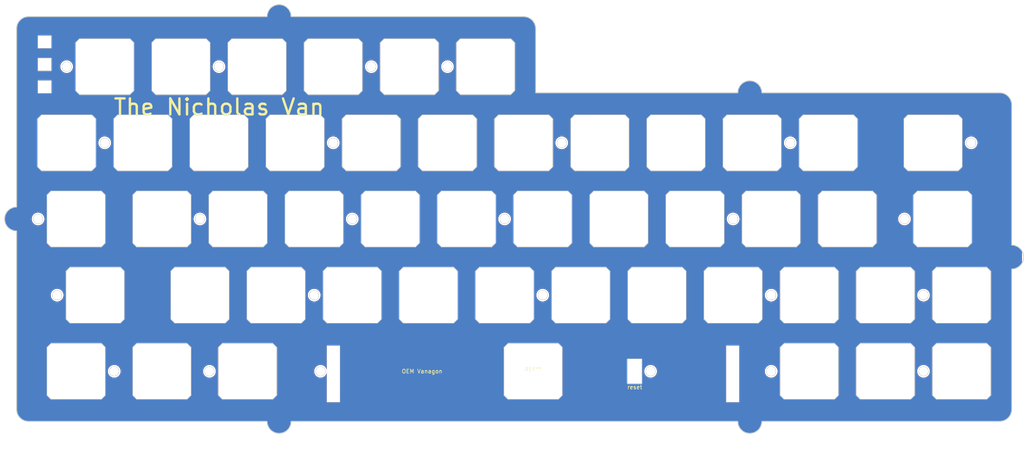
<source format=kicad_pcb>
(kicad_pcb (version 20221018) (generator pcbnew)
  (layers (0 "F.Cu" signal) (31 "B.Cu" signal) (34 "B.Paste" user) (35 "F.Paste" user) (36 "B.SilkS" user "B.Silkscreen") (37 "F.SilkS" user "F.Silkscreen") (38 "B.Mask" user) (39 "F.Mask" user) (44 "Edge.Cuts" user))
  (net 0 "")
  (net 1 "GND")
  (footprint "cipulot_parts:ecs_plate_cut_1U" (layer "F.Cu") (at 242.8875 115.8875)
    (fp_text reference "REF**")
    (fp_text value "Value " hide)
    (fp_line (start -7.3 -6) (end -7.3 6) (stroke (width 0.12)) (layer "Edge.Cuts"))
    (fp_line (start -7.3 6) (end -6.3 7) (stroke (width 0.12)) (layer "Edge.Cuts"))
    (fp_line (start -6.3 -7) (end -7.3 -6) (stroke (width 0.12)) (layer "Edge.Cuts"))
    (fp_line (start -6.3 7) (end 6.3 7) (stroke (width 0.12)) (layer "Edge.Cuts"))
    (fp_line (start 6.3 -7) (end -6.3 -7) (stroke (width 0.12)) (layer "Edge.Cuts"))
    (fp_line (start 6.3 -7) (end 7.3 -6) (stroke (width 0.12)) (layer "Edge.Cuts"))
    (fp_line (start 6.3 7) (end 7.3 6) (stroke (width 0.12)) (layer "Edge.Cuts"))
    (fp_line (start 7.3 6) (end 7.3 -6) (stroke (width 0.12)) (layer "Edge.Cuts"))
  )
  (footprint "cipulot_parts:ecs_plate_cut_1U" (layer "F.Cu") (at 45.24375 115.8875)
    (fp_text reference "REF**")
    (fp_text value "Value " hide)
    (fp_line (start -7.3 -6) (end -7.3 6) (stroke (width 0.12)) (layer "Edge.Cuts"))
    (fp_line (start -7.3 6) (end -6.3 7) (stroke (width 0.12)) (layer "Edge.Cuts"))
    (fp_line (start -6.3 -7) (end -7.3 -6) (stroke (width 0.12)) (layer "Edge.Cuts"))
    (fp_line (start -6.3 7) (end 6.3 7) (stroke (width 0.12)) (layer "Edge.Cuts"))
    (fp_line (start 6.3 -7) (end -6.3 -7) (stroke (width 0.12)) (layer "Edge.Cuts"))
    (fp_line (start 6.3 -7) (end 7.3 -6) (stroke (width 0.12)) (layer "Edge.Cuts"))
    (fp_line (start 6.3 7) (end 7.3 6) (stroke (width 0.12)) (layer "Edge.Cuts"))
    (fp_line (start 7.3 6) (end 7.3 -6) (stroke (width 0.12)) (layer "Edge.Cuts"))
  )
  (footprint "cipulot_parts:HOLE_M2" (layer "F.Cu") (at 161.925 77.7875)
    (fp_text reference "H7" hide)
    (fp_text value "MountingHole" hide)
    (pad "" np_thru_hole circle (at 0 0) (size 2.2 2.2) (drill 2.2) (layers "*.Cu" "*.Mask" "F.SilkS") (clearance 0.5))
  )
  (footprint "cipulot_parts:HOLE_M2" (layer "F.Cu") (at 73.81875 134.9375)
    (fp_text reference "H22" hide)
    (fp_text value "MountingHole" hide)
    (pad "" np_thru_hole circle (at 0 0) (size 2.2 2.2) (drill 2.2) (layers "*.Cu" "*.Mask" "F.SilkS") (clearance 0.5))
  )
  (footprint "cipulot_parts:ecs_plate_cut_1U" (layer "F.Cu") (at 190.5 77.7875)
    (fp_text reference "REF**")
    (fp_text value "Value " hide)
    (fp_line (start -7.3 -6) (end -7.3 6) (stroke (width 0.12)) (layer "Edge.Cuts"))
    (fp_line (start -7.3 6) (end -6.3 7) (stroke (width 0.12)) (layer "Edge.Cuts"))
    (fp_line (start -6.3 -7) (end -7.3 -6) (stroke (width 0.12)) (layer "Edge.Cuts"))
    (fp_line (start -6.3 7) (end 6.3 7) (stroke (width 0.12)) (layer "Edge.Cuts"))
    (fp_line (start 6.3 -7) (end -6.3 -7) (stroke (width 0.12)) (layer "Edge.Cuts"))
    (fp_line (start 6.3 -7) (end 7.3 -6) (stroke (width 0.12)) (layer "Edge.Cuts"))
    (fp_line (start 6.3 7) (end 7.3 6) (stroke (width 0.12)) (layer "Edge.Cuts"))
    (fp_line (start 7.3 6) (end 7.3 -6) (stroke (width 0.12)) (layer "Edge.Cuts"))
  )
  (footprint "cipulot_parts:ecs_plate_cut_1U" (layer "F.Cu") (at 261.9375 134.9375)
    (fp_text reference "REF**")
    (fp_text value "Value " hide)
    (fp_line (start -7.3 -6) (end -7.3 6) (stroke (width 0.12)) (layer "Edge.Cuts"))
    (fp_line (start -7.3 6) (end -6.3 7) (stroke (width 0.12)) (layer "Edge.Cuts"))
    (fp_line (start -6.3 -7) (end -7.3 -6) (stroke (width 0.12)) (layer "Edge.Cuts"))
    (fp_line (start -6.3 7) (end 6.3 7) (stroke (width 0.12)) (layer "Edge.Cuts"))
    (fp_line (start 6.3 -7) (end -6.3 -7) (stroke (width 0.12)) (layer "Edge.Cuts"))
    (fp_line (start 6.3 -7) (end 7.3 -6) (stroke (width 0.12)) (layer "Edge.Cuts"))
    (fp_line (start 6.3 7) (end 7.3 6) (stroke (width 0.12)) (layer "Edge.Cuts"))
    (fp_line (start 7.3 6) (end 7.3 -6) (stroke (width 0.12)) (layer "Edge.Cuts"))
  )
  (footprint "cipulot_parts:HOLE_M2" (layer "F.Cu") (at 252.4125 134.9375)
    (fp_text reference "H26" hide)
    (fp_text value "MountingHole" hide)
    (pad "" np_thru_hole circle (at 0 0) (size 2.2 2.2) (drill 2.2) (layers "*.Cu" "*.Mask" "F.SilkS") (clearance 0.5))
  )
  (footprint "cipulot_parts:HOLE_M2" (layer "F.Cu") (at 147.6375 96.8375)
    (fp_text reference "H13" hide)
    (fp_text value "MountingHole" hide)
    (pad "" np_thru_hole circle (at 0 0) (size 2.2 2.2) (drill 2.2) (layers "*.Cu" "*.Mask" "F.SilkS") (clearance 0.5))
  )
  (footprint "cipulot_parts:HOLE_M2" (layer "F.Cu") (at 219.075 77.7875)
    (fp_text reference "H8" hide)
    (fp_text value "MountingHole" hide)
    (pad "" np_thru_hole circle (at 0 0) (size 2.2 2.2) (drill 2.2) (layers "*.Cu" "*.Mask" "F.SilkS") (clearance 0.5))
  )
  (footprint "cipulot_parts:ecs_plate_cut_1U" (layer "F.Cu") (at 123.825 58.7375)
    (fp_text reference "REF**")
    (fp_text value "Value " hide)
    (fp_line (start -7.3 -6) (end -7.3 6) (stroke (width 0.12)) (layer "Edge.Cuts"))
    (fp_line (start -7.3 6) (end -6.3 7) (stroke (width 0.12)) (layer "Edge.Cuts"))
    (fp_line (start -6.3 -7) (end -7.3 -6) (stroke (width 0.12)) (layer "Edge.Cuts"))
    (fp_line (start -6.3 7) (end 6.3 7) (stroke (width 0.12)) (layer "Edge.Cuts"))
    (fp_line (start 6.3 -7) (end -6.3 -7) (stroke (width 0.12)) (layer "Edge.Cuts"))
    (fp_line (start 6.3 -7) (end 7.3 -6) (stroke (width 0.12)) (layer "Edge.Cuts"))
    (fp_line (start 6.3 7) (end 7.3 6) (stroke (width 0.12)) (layer "Edge.Cuts"))
    (fp_line (start 7.3 6) (end 7.3 -6) (stroke (width 0.12)) (layer "Edge.Cuts"))
  )
  (footprint "cipulot_parts:ecs_plate_cut_1U" (layer "F.Cu") (at 261.9375 115.8875)
    (fp_text reference "REF**")
    (fp_text value "Value " hide)
    (fp_line (start -7.3 -6) (end -7.3 6) (stroke (width 0.12)) (layer "Edge.Cuts"))
    (fp_line (start -7.3 6) (end -6.3 7) (stroke (width 0.12)) (layer "Edge.Cuts"))
    (fp_line (start -6.3 -7) (end -7.3 -6) (stroke (width 0.12)) (layer "Edge.Cuts"))
    (fp_line (start -6.3 7) (end 6.3 7) (stroke (width 0.12)) (layer "Edge.Cuts"))
    (fp_line (start 6.3 -7) (end -6.3 -7) (stroke (width 0.12)) (layer "Edge.Cuts"))
    (fp_line (start 6.3 -7) (end 7.3 -6) (stroke (width 0.12)) (layer "Edge.Cuts"))
    (fp_line (start 6.3 7) (end 7.3 6) (stroke (width 0.12)) (layer "Edge.Cuts"))
    (fp_line (start 7.3 6) (end 7.3 -6) (stroke (width 0.12)) (layer "Edge.Cuts"))
  )
  (footprint "cipulot_parts:ecs_plate_cut_1U" (layer "F.Cu") (at 85.725 58.7375)
    (fp_text reference "REF**")
    (fp_text value "Value " hide)
    (fp_line (start -7.3 -6) (end -7.3 6) (stroke (width 0.12)) (layer "Edge.Cuts"))
    (fp_line (start -7.3 6) (end -6.3 7) (stroke (width 0.12)) (layer "Edge.Cuts"))
    (fp_line (start -6.3 -7) (end -7.3 -6) (stroke (width 0.12)) (layer "Edge.Cuts"))
    (fp_line (start -6.3 7) (end 6.3 7) (stroke (width 0.12)) (layer "Edge.Cuts"))
    (fp_line (start 6.3 -7) (end -6.3 -7) (stroke (width 0.12)) (layer "Edge.Cuts"))
    (fp_line (start 6.3 -7) (end 7.3 -6) (stroke (width 0.12)) (layer "Edge.Cuts"))
    (fp_line (start 6.3 7) (end 7.3 6) (stroke (width 0.12)) (layer "Edge.Cuts"))
    (fp_line (start 7.3 6) (end 7.3 -6) (stroke (width 0.12)) (layer "Edge.Cuts"))
  )
  (footprint "cipulot_parts:ecs_plate_cut_1U" (layer "F.Cu") (at 223.8375 115.8875)
    (fp_text reference "REF**")
    (fp_text value "Value " hide)
    (fp_line (start -7.3 -6) (end -7.3 6) (stroke (width 0.12)) (layer "Edge.Cuts"))
    (fp_line (start -7.3 6) (end -6.3 7) (stroke (width 0.12)) (layer "Edge.Cuts"))
    (fp_line (start -6.3 -7) (end -7.3 -6) (stroke (width 0.12)) (layer "Edge.Cuts"))
    (fp_line (start -6.3 7) (end 6.3 7) (stroke (width 0.12)) (layer "Edge.Cuts"))
    (fp_line (start 6.3 -7) (end -6.3 -7) (stroke (width 0.12)) (layer "Edge.Cuts"))
    (fp_line (start 6.3 -7) (end 7.3 -6) (stroke (width 0.12)) (layer "Edge.Cuts"))
    (fp_line (start 6.3 7) (end 7.3 6) (stroke (width 0.12)) (layer "Edge.Cuts"))
    (fp_line (start 7.3 6) (end 7.3 -6) (stroke (width 0.12)) (layer "Edge.Cuts"))
  )
  (footprint "cipulot_parts:HOLE_M2" (layer "F.Cu") (at 214.3125 115.8875)
    (fp_text reference "H19" hide)
    (fp_text value "MountingHole" hide)
    (pad "" np_thru_hole circle (at 0 0) (size 2.2 2.2) (drill 2.2) (layers "*.Cu" "*.Mask" "F.SilkS") (clearance 0.5))
  )
  (footprint "cipulot_parts:HOLE_M2" (layer "F.Cu") (at 114.3 58.7375)
    (fp_text reference "H3" hide)
    (fp_text value "MountingHole" hide)
    (pad "" np_thru_hole circle (at 0 0) (size 2.2 2.2) (drill 2.2) (layers "*.Cu" "*.Mask" "F.SilkS") (clearance 0.5))
  )
  (footprint "cipulot_parts:HOLE_M2" (layer "F.Cu") (at 157.1625 115.8875)
    (fp_text reference "H18" hide)
    (fp_text value "MountingHole" hide)
    (pad "" np_thru_hole circle (at 0 0) (size 2.2 2.2) (drill 2.2) (layers "*.Cu" "*.Mask" "F.SilkS") (clearance 0.5))
  )
  (footprint "cipulot_parts:HOLE_M2" (layer "F.Cu") (at 35.71875 115.8875)
    (fp_text reference "H16" hide)
    (fp_text value "MountingHole" hide)
    (pad "" np_thru_hole circle (at 0 0) (size 2.2 2.2) (drill 2.2) (layers "*.Cu" "*.Mask" "F.SilkS") (clearance 0.5))
  )
  (footprint "cipulot_parts:HOLE_M2" (layer "F.Cu") (at 214.3125 134.9375)
    (fp_text reference "H25" hide)
    (fp_text value "MountingHole" hide)
    (pad "" np_thru_hole circle (at 0 0) (size 2.2 2.2) (drill 2.2) (layers "*.Cu" "*.Mask" "F.SilkS") (clearance 0.5))
  )
  (footprint "cipulot_parts:costar_stab_625u" (layer "F.Cu") (at 154.78125 134.9375)
    (fp_text reference "REF**" (at 0 -0.5 unlocked) (layer "F.SilkS") (effects (font (thickness 0.1))))
    (fp_text value "costar_stab_6.25u")
    (fp_line (start -51.617505 -6.45005) (end -48.318495 -6.45005) (stroke (width 0.05)) (layer "Edge.Cuts"))
    (fp_line (start -51.617505 7.74925) (end -51.617505 -6.45005) (stroke (width 0.05)) (layer "Edge.Cuts"))
    (fp_line (start -48.318495 -6.45005) (end -48.318495 7.74925) (stroke (width 0.05)) (layer "Edge.Cuts"))
    (fp_line (start -48.318495 7.74925) (end -51.617505 7.74925) (stroke (width 0.05)) (layer "Edge.Cuts"))
    (fp_line (start 48.2478 -6.45005) (end 51.5482 -6.45005) (stroke (width 0.05)) (layer "Edge.Cuts"))
    (fp_line (start 48.2478 7.74925) (end 48.2478 -6.45005) (stroke (width 0.05)) (layer "Edge.Cuts"))
    (fp_line (start 51.5482 -6.45005) (end 51.5482 7.74925) (stroke (width 0.05)) (layer "Edge.Cuts"))
    (fp_line (start 51.5482 7.74925) (end 48.2478 7.74925) (stroke (width 0.05)) (layer "Edge.Cuts"))
  )
  (footprint "cipulot_parts:HOLE_M2" (layer "F.Cu") (at 184.15 134.9375)
    (fp_text reference "H24" hide)
    (fp_text value "MountingHole" hide)
    (pad "" np_thru_hole circle (at 0 0) (size 2.2 2.2) (drill 2.2) (layers "*.Cu" "*.Mask" "F.SilkS") (clearance 0.5))
  )
  (footprint "cipulot_parts:HOLE_M2" (layer "F.Cu") (at 38.1 58.7375)
    (fp_text reference "H1" hide)
    (fp_text value "MountingHole" hide)
    (pad "" np_thru_hole circle (at 0 0) (size 2.2 2.2) (drill 2.2) (layers "*.Cu" "*.Mask" "F.SilkS") (clearance 0.5))
  )
  (footprint "cipulot_parts:ecs_plate_cut_1U" (layer "F.Cu") (at 233.3625 96.8375)
    (fp_text reference "REF**")
    (fp_text value "Value " hide)
    (fp_line (start -7.3 -6) (end -7.3 6) (stroke (width 0.12)) (layer "Edge.Cuts"))
    (fp_line (start -7.3 6) (end -6.3 7) (stroke (width 0.12)) (layer "Edge.Cuts"))
    (fp_line (start -6.3 -7) (end -7.3 -6) (stroke (width 0.12)) (layer "Edge.Cuts"))
    (fp_line (start -6.3 7) (end 6.3 7) (stroke (width 0.12)) (layer "Edge.Cuts"))
    (fp_line (start 6.3 -7) (end -6.3 -7) (stroke (width 0.12)) (layer "Edge.Cuts"))
    (fp_line (start 6.3 -7) (end 7.3 -6) (stroke (width 0.12)) (layer "Edge.Cuts"))
    (fp_line (start 6.3 7) (end 7.3 6) (stroke (width 0.12)) (layer "Edge.Cuts"))
    (fp_line (start 7.3 6) (end 7.3 -6) (stroke (width 0.12)) (layer "Edge.Cuts"))
  )
  (footprint "cipulot_parts:ecs_plate_cut_1U" (layer "F.Cu") (at 61.9125 96.8375)
    (fp_text reference "REF**")
    (fp_text value "Value " hide)
    (fp_line (start -7.3 -6) (end -7.3 6) (stroke (width 0.12)) (layer "Edge.Cuts"))
    (fp_line (start -7.3 6) (end -6.3 7) (stroke (width 0.12)) (layer "Edge.Cuts"))
    (fp_line (start -6.3 -7) (end -7.3 -6) (stroke (width 0.12)) (layer "Edge.Cuts"))
    (fp_line (start -6.3 7) (end 6.3 7) (stroke (width 0.12)) (layer "Edge.Cuts"))
    (fp_line (start 6.3 -7) (end -6.3 -7) (stroke (width 0.12)) (layer "Edge.Cuts"))
    (fp_line (start 6.3 -7) (end 7.3 -6) (stroke (width 0.12)) (layer "Edge.Cuts"))
    (fp_line (start 6.3 7) (end 7.3 6) (stroke (width 0.12)) (layer "Edge.Cuts"))
    (fp_line (start 7.3 6) (end 7.3 -6) (stroke (width 0.12)) (layer "Edge.Cuts"))
  )
  (footprint "cipulot_parts:HOLE_M2" (layer "F.Cu") (at 252.4125 115.8875)
    (fp_text reference "H20" hide)
    (fp_text value "MountingHole" hide)
    (pad "" np_thru_hole circle (at 0 0) (size 2.2 2.2) (drill 2.2) (layers "*.Cu" "*.Mask" "F.SilkS") (clearance 0.5))
  )
  (footprint "cipulot_parts:HOLE_M2" (layer "F.Cu") (at 100.0125 115.8875)
    (fp_text reference "H17" hide)
    (fp_text value "MountingHole" hide)
    (pad "" np_thru_hole circle (at 0 0) (size 2.2 2.2) (drill 2.2) (layers "*.Cu" "*.Mask" "F.SilkS") (clearance 0.5))
  )
  (footprint "cipulot_parts:HOLE_M2" (layer "F.Cu") (at 264.31875 77.7875)
    (fp_text reference "H9" hide)
    (fp_text value "MountingHole" hide)
    (pad "" np_thru_hole circle (at 0 0) (size 2.2 2.2) (drill 2.2) (layers "*.Cu" "*.Mask" "F.SilkS") (clearance 0.5))
  )
  (footprint "cipulot_parts:ecs_plate_cut_1U" (layer "F.Cu") (at 242.8875 134.9375)
    (fp_text reference "REF**")
    (fp_text value "Value " hide)
    (fp_line (start -7.3 -6) (end -7.3 6) (stroke (width 0.12)) (layer "Edge.Cuts"))
    (fp_line (start -7.3 6) (end -6.3 7) (stroke (width 0.12)) (layer "Edge.Cuts"))
    (fp_line (start -6.3 -7) (end -7.3 -6) (stroke (width 0.12)) (layer "Edge.Cuts"))
    (fp_line (start -6.3 7) (end 6.3 7) (stroke (width 0.12)) (layer "Edge.Cuts"))
    (fp_line (start 6.3 -7) (end -6.3 -7) (stroke (width 0.12)) (layer "Edge.Cuts"))
    (fp_line (start 6.3 -7) (end 7.3 -6) (stroke (width 0.12)) (layer "Edge.Cuts"))
    (fp_line (start 6.3 7) (end 7.3 6) (stroke (width 0.12)) (layer "Edge.Cuts"))
    (fp_line (start 7.3 6) (end 7.3 -6) (stroke (width 0.12)) (layer "Edge.Cuts"))
  )
  (footprint "cipulot_parts:HOLE_M2" (layer "F.Cu") (at 71.4375 96.8375)
    (fp_text reference "H11" hide)
    (fp_text value "MountingHole" hide)
    (pad "" np_thru_hole circle (at 0 0) (size 2.2 2.2) (drill 2.2) (layers "*.Cu" "*.Mask" "F.SilkS") (clearance 0.5))
  )
  (footprint "cipulot_parts:ecs_plate_cut_1U" (layer "F.Cu") (at 95.25 77.7875)
    (fp_text reference "REF**")
    (fp_text value "Value " hide)
    (fp_line (start -7.3 -6) (end -7.3 6) (stroke (width 0.12)) (layer "Edge.Cuts"))
    (fp_line (start -7.3 6) (end -6.3 7) (stroke (width 0.12)) (layer "Edge.Cuts"))
    (fp_line (start -6.3 -7) (end -7.3 -6) (stroke (width 0.12)) (layer "Edge.Cuts"))
    (fp_line (start -6.3 7) (end 6.3 7) (stroke (width 0.12)) (layer "Edge.Cuts"))
    (fp_line (start 6.3 -7) (end -6.3 -7) (stroke (width 0.12)) (layer "Edge.Cuts"))
    (fp_line (start 6.3 -7) (end 7.3 -6) (stroke (width 0.12)) (layer "Edge.Cuts"))
    (fp_line (start 6.3 7) (end 7.3 6) (stroke (width 0.12)) (layer "Edge.Cuts"))
    (fp_line (start 7.3 6) (end 7.3 -6) (stroke (width 0.12)) (layer "Edge.Cuts"))
  )
  (footprint "cipulot_parts:HOLE_M2" (layer "F.Cu") (at 76.2 58.7375)
    (fp_text reference "H2" hide)
    (fp_text value "MountingHole" hide)
    (pad "" np_thru_hole circle (at 0 0) (size 2.2 2.2) (drill 2.2) (layers "*.Cu" "*.Mask" "F.SilkS") (clearance 0.5))
  )
  (footprint "cipulot_parts:ecs_plate_cut_1U" (layer "F.Cu") (at 157.1625 96.8375)
    (fp_text reference "REF**")
    (fp_text value "Value " hide)
    (fp_line (start -7.3 -6) (end -7.3 6) (stroke (width 0.12)) (layer "Edge.Cuts"))
    (fp_line (start -7.3 6) (end -6.3 7) (stroke (width 0.12)) (layer "Edge.Cuts"))
    (fp_line (start -6.3 -7) (end -7.3 -6) (stroke (width 0.12)) (layer "Edge.Cuts"))
    (fp_line (start -6.3 7) (end 6.3 7) (stroke (width 0.12)) (layer "Edge.Cuts"))
    (fp_line (start 6.3 -7) (end -6.3 -7) (stroke (width 0.12)) (layer "Edge.Cuts"))
    (fp_line (start 6.3 -7) (end 7.3 -6) (stroke (width 0.12)) (layer "Edge.Cuts"))
    (fp_line (start 6.3 7) (end 7.3 6) (stroke (width 0.12)) (layer "Edge.Cuts"))
    (fp_line (start 7.3 6) (end 7.3 -6) (stroke (width 0.12)) (layer "Edge.Cuts"))
  )
  (footprint "cipulot_parts:ecs_plate_cut_1U" (layer "F.Cu") (at 109.5375 115.8875)
    (fp_text reference "REF**")
    (fp_text value "Value " hide)
    (fp_line (start -7.3 -6) (end -7.3 6) (stroke (width 0.12)) (layer "Edge.Cuts"))
    (fp_line (start -7.3 6) (end -6.3 7) (stroke (width 0.12)) (layer "Edge.Cuts"))
    (fp_line (start -6.3 -7) (end -7.3 -6) (stroke (width 0.12)) (layer "Edge.Cuts"))
    (fp_line (start -6.3 7) (end 6.3 7) (stroke (width 0.12)) (layer "Edge.Cuts"))
    (fp_line (start 6.3 -7) (end -6.3 -7) (stroke (width 0.12)) (layer "Edge.Cuts"))
    (fp_line (start 6.3 -7) (end 7.3 -6) (stroke (width 0.12)) (layer "Edge.Cuts"))
    (fp_line (start 6.3 7) (end 7.3 6) (stroke (width 0.12)) (layer "Edge.Cuts"))
    (fp_line (start 7.3 6) (end 7.3 -6) (stroke (width 0.12)) (layer "Edge.Cuts"))
  )
  (footprint "cipulot_parts:ecs_plate_cut_1U" (layer "F.Cu") (at 176.2125 96.8375)
    (fp_text reference "REF**")
    (fp_text value "Value " hide)
    (fp_line (start -7.3 -6) (end -7.3 6) (stroke (width 0.12)) (layer "Edge.Cuts"))
    (fp_line (start -7.3 6) (end -6.3 7) (stroke (width 0.12)) (layer "Edge.Cuts"))
    (fp_line (start -6.3 -7) (end -7.3 -6) (stroke (width 0.12)) (layer "Edge.Cuts"))
    (fp_line (start -6.3 7) (end 6.3 7) (stroke (width 0.12)) (layer "Edge.Cuts"))
    (fp_line (start 6.3 -7) (end -6.3 -7) (stroke (width 0.12)) (layer "Edge.Cuts"))
    (fp_line (start 6.3 -7) (end 7.3 -6) (stroke (width 0.12)) (layer "Edge.Cuts"))
    (fp_line (start 6.3 7) (end 7.3 6) (stroke (width 0.12)) (layer "Edge.Cuts"))
    (fp_line (start 7.3 6) (end 7.3 -6) (stroke (width 0.12)) (layer "Edge.Cuts"))
  )
  (footprint "cipulot_parts:ecs_plate_cut_1U" (layer "F.Cu") (at 76.2 77.7875)
    (fp_text reference "REF**")
    (fp_text value "Value " hide)
    (fp_line (start -7.3 -6) (end -7.3 6) (stroke (width 0.12)) (layer "Edge.Cuts"))
    (fp_line (start -7.3 6) (end -6.3 7) (stroke (width 0.12)) (layer "Edge.Cuts"))
    (fp_line (start -6.3 -7) (end -7.3 -6) (stroke (width 0.12)) (layer "Edge.Cuts"))
    (fp_line (start -6.3 7) (end 6.3 7) (stroke (width 0.12)) (layer "Edge.Cuts"))
    (fp_line (start 6.3 -7) (end -6.3 -7) (stroke (width 0.12)) (layer "Edge.Cuts"))
    (fp_line (start 6.3 -7) (end 7.3 -6) (stroke (width 0.12)) (layer "Edge.Cuts"))
    (fp_line (start 6.3 7) (end 7.3 6) (stroke (width 0.12)) (layer "Edge.Cuts"))
    (fp_line (start 7.3 6) (end 7.3 -6) (stroke (width 0.12)) (layer "Edge.Cuts"))
  )
  (footprint "cipulot_parts:ecs_plate_cut_1U" (layer "F.Cu") (at 66.675 58.7375)
    (fp_text reference "REF**")
    (fp_text value "Value " hide)
    (fp_line (start -7.3 -6) (end -7.3 6) (stroke (width 0.12)) (layer "Edge.Cuts"))
    (fp_line (start -7.3 6) (end -6.3 7) (stroke (width 0.12)) (layer "Edge.Cuts"))
    (fp_line (start -6.3 -7) (end -7.3 -6) (stroke (width 0.12)) (layer "Edge.Cuts"))
    (fp_line (start -6.3 7) (end 6.3 7) (stroke (width 0.12)) (layer "Edge.Cuts"))
    (fp_line (start 6.3 -7) (end -6.3 -7) (stroke (width 0.12)) (layer "Edge.Cuts"))
    (fp_line (start 6.3 -7) (end 7.3 -6) (stroke (width 0.12)) (layer "Edge.Cuts"))
    (fp_line (start 6.3 7) (end 7.3 6) (stroke (width 0.12)) (layer "Edge.Cuts"))
    (fp_line (start 7.3 6) (end 7.3 -6) (stroke (width 0.12)) (layer "Edge.Cuts"))
  )
  (footprint "cipulot_parts:ecs_plate_cut_1U" (layer "F.Cu") (at 128.5875 115.8875)
    (fp_text reference "REF**")
    (fp_text value "Value " hide)
    (fp_line (start -7.3 -6) (end -7.3 6) (stroke (width 0.12)) (layer "Edge.Cuts"))
    (fp_line (start -7.3 6) (end -6.3 7) (stroke (width 0.12)) (layer "Edge.Cuts"))
    (fp_line (start -6.3 -7) (end -7.3 -6) (stroke (width 0.12)) (layer "Edge.Cuts"))
    (fp_line (start -6.3 7) (end 6.3 7) (stroke (width 0.12)) (layer "Edge.Cuts"))
    (fp_line (start 6.3 -7) (end -6.3 -7) (stroke (width 0.12)) (layer "Edge.Cuts"))
    (fp_line (start 6.3 -7) (end 7.3 -6) (stroke (width 0.12)) (layer "Edge.Cuts"))
    (fp_line (start 6.3 7) (end 7.3 6) (stroke (width 0.12)) (layer "Edge.Cuts"))
    (fp_line (start 7.3 6) (end 7.3 -6) (stroke (width 0.12)) (layer "Edge.Cuts"))
  )
  (footprint "cipulot_parts:ecs_plate_cut_1U" (layer "F.Cu") (at 40.48125 134.9375)
    (fp_text reference "REF**")
    (fp_text value "Value " hide)
    (fp_line (start -7.3 -6) (end -7.3 6) (stroke (width 0.12)) (layer "Edge.Cuts"))
    (fp_line (start -7.3 6) (end -6.3 7) (stroke (width 0.12)) (layer "Edge.Cuts"))
    (fp_line (start -6.3 -7) (end -7.3 -6) (stroke (width 0.12)) (layer "Edge.Cuts"))
    (fp_line (start -6.3 7) (end 6.3 7) (stroke (width 0.12)) (layer "Edge.Cuts"))
    (fp_line (start 6.3 -7) (end -6.3 -7) (stroke (width 0.12)) (layer "Edge.Cuts"))
    (fp_line (start 6.3 -7) (end 7.3 -6) (stroke (width 0.12)) (layer "Edge.Cuts"))
    (fp_line (start 6.3 7) (end 7.3 6) (stroke (width 0.12)) (layer "Edge.Cuts"))
    (fp_line (start 7.3 6) (end 7.3 -6) (stroke (width 0.12)) (layer "Edge.Cuts"))
  )
  (footprint "cipulot_parts:HOLE_M2" (layer "F.Cu") (at 30.95625 96.8375)
    (fp_text reference "H10" hide)
    (fp_text value "MountingHole" hide)
    (pad "" np_thru_hole circle (at 0 0) (size 2.2 2.2) (drill 2.2) (layers "*.Cu" "*.Mask" "F.SilkS") (clearance 0.5))
  )
  (footprint "cipulot_parts:ecs_plate_cut_1U" (layer "F.Cu") (at 57.15 77.7875)
    (fp_text reference "REF**")
    (fp_text value "Value " hide)
    (fp_line (start -7.3 -6) (end -7.3 6) (stroke (width 0.12)) (layer "Edge.Cuts"))
    (fp_line (start -7.3 6) (end -6.3 7) (stroke (width 0.12)) (layer "Edge.Cuts"))
    (fp_line (start -6.3 -7) (end -7.3 -6) (stroke (width 0.12)) (layer "Edge.Cuts"))
    (fp_line (start -6.3 7) (end 6.3 7) (stroke (width 0.12)) (layer "Edge.Cuts"))
    (fp_line (start 6.3 -7) (end -6.3 -7) (stroke (width 0.12)) (layer "Edge.Cuts"))
    (fp_line (start 6.3 -7) (end 7.3 -6) (stroke (width 0.12)) (layer "Edge.Cuts"))
    (fp_line (start 6.3 7) (end 7.3 6) (stroke (width 0.12)) (layer "Edge.Cuts"))
    (fp_line (start 7.3 6) (end 7.3 -6) (stroke (width 0.12)) (layer "Edge.Cuts"))
  )
  (footprint "cipulot_parts:ecs_plate_cut_1U" (layer "F.Cu") (at 47.625 58.7375)
    (fp_text reference "REF**")
    (fp_text value "Value " hide)
    (fp_line (start -7.3 -6) (end -7.3 6) (stroke (width 0.12)) (layer "Edge.Cuts"))
    (fp_line (start -7.3 6) (end -6.3 7) (stroke (width 0.12)) (layer "Edge.Cuts"))
    (fp_line (start -6.3 -7) (end -7.3 -6) (stroke (width 0.12)) (layer "Edge.Cuts"))
    (fp_line (start -6.3 7) (end 6.3 7) (stroke (width 0.12)) (layer "Edge.Cuts"))
    (fp_line (start 6.3 -7) (end -6.3 -7) (stroke (width 0.12)) (layer "Edge.Cuts"))
    (fp_line (start 6.3 -7) (end 7.3 -6) (stroke (width 0.12)) (layer "Edge.Cuts"))
    (fp_line (start 6.3 7) (end 7.3 6) (stroke (width 0.12)) (layer "Edge.Cuts"))
    (fp_line (start 7.3 6) (end 7.3 -6) (stroke (width 0.12)) (layer "Edge.Cuts"))
  )
  (footprint "cipulot_parts:ecs_plate_cut_1U" (layer "F.Cu") (at 154.78125 134.9375)
    (fp_text reference "REF**")
    (fp_text value "Value " hide)
    (fp_line (start -7.3 -6) (end -7.3 6) (stroke (width 0.12)) (layer "Edge.Cuts"))
    (fp_line (start -7.3 6) (end -6.3 7) (stroke (width 0.12)) (layer "Edge.Cuts"))
    (fp_line (start -6.3 -7) (end -7.3 -6) (stroke (width 0.12)) (layer "Edge.Cuts"))
    (fp_line (start -6.3 7) (end 6.3 7) (stroke (width 0.12)) (layer "Edge.Cuts"))
    (fp_line (start 6.3 -7) (end -6.3 -7) (stroke (width 0.12)) (layer "Edge.Cuts"))
    (fp_line (start 6.3 -7) (end 7.3 -6) (stroke (width 0.12)) (layer "Edge.Cuts"))
    (fp_line (start 6.3 7) (end 7.3 6) (stroke (width 0.12)) (layer "Edge.Cuts"))
    (fp_line (start 7.3 6) (end 7.3 -6) (stroke (width 0.12)) (layer "Edge.Cuts"))
  )
  (footprint "cipulot_parts:ecs_plate_cut_1U" (layer "F.Cu") (at 40.48125 96.8375)
    (fp_text reference "REF**")
    (fp_text value "Value " hide)
    (fp_line (start -7.3 -6) (end -7.3 6) (stroke (width 0.12)) (layer "Edge.Cuts"))
    (fp_line (start -7.3 6) (end -6.3 7) (stroke (width 0.12)) (layer "Edge.Cuts"))
    (fp_line (start -6.3 -7) (end -7.3 -6) (stroke (width 0.12)) (layer "Edge.Cuts"))
    (fp_line (start -6.3 7) (end 6.3 7) (stroke (width 0.12)) (layer "Edge.Cuts"))
    (fp_line (start 6.3 -7) (end -6.3 -7) (stroke (width 0.12)) (layer "Edge.Cuts"))
    (fp_line (start 6.3 -7) (end 7.3 -6) (stroke (width 0.12)) (layer "Edge.Cuts"))
    (fp_line (start 6.3 7) (end 7.3 6) (stroke (width 0.12)) (layer "Edge.Cuts"))
    (fp_line (start 7.3 6) (end 7.3 -6) (stroke (width 0.12)) (layer "Edge.Cuts"))
  )
  (footprint "cipulot_parts:ecs_plate_cut_1U" (layer "F.Cu") (at 171.45 77.7875)
    (fp_text reference "REF**")
    (fp_text value "Value " hide)
    (fp_line (start -7.3 -6) (end -7.3 6) (stroke (width 0.12)) (layer "Edge.Cuts"))
    (fp_line (start -7.3 6) (end -6.3 7) (stroke (width 0.12)) (layer "Edge.Cuts"))
    (fp_line (start -6.3 -7) (end -7.3 -6) (stroke (width 0.12)) (layer "Edge.Cuts"))
    (fp_line (start -6.3 7) (end 6.3 7) (stroke (width 0.12)) (layer "Edge.Cuts"))
    (fp_line (start 6.3 -7) (end -6.3 -7) (stroke (width 0.12)) (layer "Edge.Cuts"))
    (fp_line (start 6.3 -7) (end 7.3 -6) (stroke (width 0.12)) (layer "Edge.Cuts"))
    (fp_line (start 6.3 7) (end 7.3 6) (stroke (width 0.12)) (layer "Edge.Cuts"))
    (fp_line (start 7.3 6) (end 7.3 -6) (stroke (width 0.12)) (layer "Edge.Cuts"))
  )
  (footprint "cipulot_parts:ecs_plate_cut_1U" (layer "F.Cu") (at 100.0125 96.8375)
    (fp_text reference "REF**")
    (fp_text value "Value " hide)
    (fp_line (start -7.3 -6) (end -7.3 6) (stroke (width 0.12)) (layer "Edge.Cuts"))
    (fp_line (start -7.3 6) (end -6.3 7) (stroke (width 0.12)) (layer "Edge.Cuts"))
    (fp_line (start -6.3 -7) (end -7.3 -6) (stroke (width 0.12)) (layer "Edge.Cuts"))
    (fp_line (start -6.3 7) (end 6.3 7) (stroke (width 0.12)) (layer "Edge.Cuts"))
    (fp_line (start 6.3 -7) (end -6.3 -7) (stroke (width 0.12)) (layer "Edge.Cuts"))
    (fp_line (start 6.3 -7) (end 7.3 -6) (stroke (width 0.12)) (layer "Edge.Cuts"))
    (fp_line (start 6.3 7) (end 7.3 6) (stroke (width 0.12)) (layer "Edge.Cuts"))
    (fp_line (start 7.3 6) (end 7.3 -6) (stroke (width 0.12)) (layer "Edge.Cuts"))
  )
  (footprint "cipulot_parts:HOLE_M2" (layer "F.Cu") (at 204.7875 96.8375)
    (fp_text reference "H14" hide)
    (fp_text value "MountingHole" hide)
    (pad "" np_thru_hole circle (at 0 0) (size 2.2 2.2) (drill 2.2) (layers "*.Cu" "*.Mask" "F.SilkS") (clearance 0.5))
  )
  (footprint "cipulot_parts:ecs_plate_cut_1U" (layer "F.Cu") (at 114.3 77.7875)
    (fp_text reference "REF**")
    (fp_text value "Value " hide)
    (fp_line (start -7.3 -6) (end -7.3 6) (stroke (width 0.12)) (layer "Edge.Cuts"))
    (fp_line (start -7.3 6) (end -6.3 7) (stroke (width 0.12)) (layer "Edge.Cuts"))
    (fp_line (start -6.3 -7) (end -7.3 -6) (stroke (width 0.12)) (layer "Edge.Cuts"))
    (fp_line (start -6.3 7) (end 6.3 7) (stroke (width 0.12)) (layer "Edge.Cuts"))
    (fp_line (start 6.3 -7) (end -6.3 -7) (stroke (width 0.12)) (layer "Edge.Cuts"))
    (fp_line (start 6.3 -7) (end 7.3 -6) (stroke (width 0.12)) (layer "Edge.Cuts"))
    (fp_line (start 6.3 7) (end 7.3 6) (stroke (width 0.12)) (layer "Edge.Cuts"))
    (fp_line (start 7.3 6) (end 7.3 -6) (stroke (width 0.12)) (layer "Edge.Cuts"))
  )
  (footprint "cipulot_parts:ecs_plate_cut_1U" (layer "F.Cu") (at 204.7875 115.8875)
    (fp_text reference "REF**")
    (fp_text value "Value " hide)
    (fp_line (start -7.3 -6) (end -7.3 6) (stroke (width 0.12)) (layer "Edge.Cuts"))
    (fp_line (start -7.3 6) (end -6.3 7) (stroke (width 0.12)) (layer "Edge.Cuts"))
    (fp_line (start -6.3 -7) (end -7.3 -6) (stroke (width 0.12)) (layer "Edge.Cuts"))
    (fp_line (start -6.3 7) (end 6.3 7) (stroke (width 0.12)) (layer "Edge.Cuts"))
    (fp_line (start 6.3 -7) (end -6.3 -7) (stroke (width 0.12)) (layer "Edge.Cuts"))
    (fp_line (start 6.3 -7) (end 7.3 -6) (stroke (width 0.12)) (layer "Edge.Cuts"))
    (fp_line (start 6.3 7) (end 7.3 6) (stroke (width 0.12)) (layer "Edge.Cuts"))
    (fp_line (start 7.3 6) (end 7.3 -6) (stroke (width 0.12)) (layer "Edge.Cuts"))
  )
  (footprint "cipulot_parts:ecs_plate_cut_1U" (layer "F.Cu") (at 80.9625 96.8375)
    (fp_text reference "REF**")
    (fp_text value "Value " hide)
    (fp_line (start -7.3 -6) (end -7.3 6) (stroke (width 0.12)) (layer "Edge.Cuts"))
    (fp_line (start -7.3 6) (end -6.3 7) (stroke (width 0.12)) (layer "Edge.Cuts"))
    (fp_line (start -6.3 -7) (end -7.3 -6) (stroke (width 0.12)) (layer "Edge.Cuts"))
    (fp_line (start -6.3 7) (end 6.3 7) (stroke (width 0.12)) (layer "Edge.Cuts"))
    (fp_line (start 6.3 -7) (end -6.3 -7) (stroke (width 0.12)) (layer "Edge.Cuts"))
    (fp_line (start 6.3 -7) (end 7.3 -6) (stroke (width 0.12)) (layer "Edge.Cuts"))
    (fp_line (start 6.3 7) (end 7.3 6) (stroke (width 0.12)) (layer "Edge.Cuts"))
    (fp_line (start 7.3 6) (end 7.3 -6) (stroke (width 0.12)) (layer "Edge.Cuts"))
  )
  (footprint "cipulot_parts:ecs_plate_cut_1U" (layer "F.Cu") (at 83.34375 134.9375)
    (fp_text reference "REF**")
    (fp_text value "Value " hide)
    (fp_line (start -7.3 -6) (end -7.3 6) (stroke (width 0.12)) (layer "Edge.Cuts"))
    (fp_line (start -7.3 6) (end -6.3 7) (stroke (width 0.12)) (layer "Edge.Cuts"))
    (fp_line (start -6.3 -7) (end -7.3 -6) (stroke (width 0.12)) (layer "Edge.Cuts"))
    (fp_line (start -6.3 7) (end 6.3 7) (stroke (width 0.12)) (layer "Edge.Cuts"))
    (fp_line (start 6.3 -7) (end -6.3 -7) (stroke (width 0.12)) (layer "Edge.Cuts"))
    (fp_line (start 6.3 -7) (end 7.3 -6) (stroke (width 0.12)) (layer "Edge.Cuts"))
    (fp_line (start 6.3 7) (end 7.3 6) (stroke (width 0.12)) (layer "Edge.Cuts"))
    (fp_line (start 7.3 6) (end 7.3 -6) (stroke (width 0.12)) (layer "Edge.Cuts"))
  )
  (footprint "cipulot_parts:ecs_plate_cut_1U" (layer "F.Cu") (at 214.3125 96.8375)
    (fp_text reference "REF**")
    (fp_text value "Value " hide)
    (fp_line (start -7.3 -6) (end -7.3 6) (stroke (width 0.12)) (layer "Edge.Cuts"))
    (fp_line (start -7.3 6) (end -6.3 7) (stroke (width 0.12)) (layer "Edge.Cuts"))
    (fp_line (start -6.3 -7) (end -7.3 -6) (stroke (width 0.12)) (layer "Edge.Cuts"))
    (fp_line (start -6.3 7) (end 6.3 7) (stroke (width 0.12)) (layer "Edge.Cuts"))
    (fp_line (start 6.3 -7) (end -6.3 -7) (stroke (width 0.12)) (layer "Edge.Cuts"))
    (fp_line (start 6.3 -7) (end 7.3 -6) (stroke (width 0.12)) (layer "Edge.Cuts"))
    (fp_line (start 6.3 7) (end 7.3 6) (stroke (width 0.12)) (layer "Edge.Cuts"))
    (fp_line (start 7.3 6) (end 7.3 -6) (stroke (width 0.12)) (layer "Edge.Cuts"))
  )
  (footprint "cipulot_parts:ecs_plate_cut_1U" (layer "F.Cu") (at 38.1 77.7875)
    (fp_text reference "REF**")
    (fp_text value "Value " hide)
    (fp_line (start -7.3 -6) (end -7.3 6) (stroke (width 0.12)) (layer "Edge.Cuts"))
    (fp_line (start -7.3 6) (end -6.3 7) (stroke (width 0.12)) (layer "Edge.Cuts"))
    (fp_line (start -6.3 -7) (end -7.3 -6) (stroke (width 0.12)) (layer "Edge.Cuts"))
    (fp_line (start -6.3 7) (end 6.3 7) (stroke (width 0.12)) (layer "Edge.Cuts"))
    (fp_line (start 6.3 -7) (end -6.3 -7) (stroke (width 0.12)) (layer "Edge.Cuts"))
    (fp_line (start 6.3 -7) (end 7.3 -6) (stroke (width 0.12)) (layer "Edge.Cuts"))
    (fp_line (start 6.3 7) (end 7.3 6) (stroke (width 0.12)) (layer "Edge.Cuts"))
    (fp_line (start 7.3 6) (end 7.3 -6) (stroke (width 0.12)) (layer "Edge.Cuts"))
  )
  (footprint "cipulot_parts:ecs_plate_cut_1U" (layer "F.Cu") (at 138.1125 96.8375)
    (fp_text reference "REF**")
    (fp_text value "Value " hide)
    (fp_line (start -7.3 -6) (end -7.3 6) (stroke (width 0.12)) (layer "Edge.Cuts"))
    (fp_line (start -7.3 6) (end -6.3 7) (stroke (width 0.12)) (layer "Edge.Cuts"))
    (fp_line (start -6.3 -7) (end -7.3 -6) (stroke (width 0.12)) (layer "Edge.Cuts"))
    (fp_line (start -6.3 7) (end 6.3 7) (stroke (width 0.12)) (layer "Edge.Cuts"))
    (fp_line (start 6.3 -7) (end -6.3 -7) (stroke (width 0.12)) (layer "Edge.Cuts"))
    (fp_line (start 6.3 -7) (end 7.3 -6) (stroke (width 0.12)) (layer "Edge.Cuts"))
    (fp_line (start 6.3 7) (end 7.3 6) (stroke (width 0.12)) (layer "Edge.Cuts"))
    (fp_line (start 7.3 6) (end 7.3 -6) (stroke (width 0.12)) (layer "Edge.Cuts"))
  )
  (footprint "cipulot_parts:HOLE_M2" (layer "F.Cu") (at 50.00625 134.9375)
    (fp_text reference "H21" hide)
    (fp_text value "MountingHole" hide)
    (pad "" np_thru_hole circle (at 0 0) (size 2.2 2.2) (drill 2.2) (layers "*.Cu" "*.Mask" "F.SilkS") (clearance 0.5))
  )
  (footprint "cipulot_parts:ecs_plate_cut_1U" (layer "F.Cu") (at 254.79375 77.7875)
    (fp_text reference "REF**")
    (fp_text value "Value " hide)
    (fp_line (start -7.3 -6) (end -7.3 6) (stroke (width 0.12)) (layer "Edge.Cuts"))
    (fp_line (start -7.3 6) (end -6.3 7) (stroke (width 0.12)) (layer "Edge.Cuts"))
    (fp_line (start -6.3 -7) (end -7.3 -6) (stroke (width 0.12)) (layer "Edge.Cuts"))
    (fp_line (start -6.3 7) (end 6.3 7) (stroke (width 0.12)) (layer "Edge.Cuts"))
    (fp_line (start 6.3 -7) (end -6.3 -7) (stroke (width 0.12)) (layer "Edge.Cuts"))
    (fp_line (start 6.3 -7) (end 7.3 -6) (stroke (width 0.12)) (layer "Edge.Cuts"))
    (fp_line (start 6.3 7) (end 7.3 6) (stroke (width 0.12)) (layer "Edge.Cuts"))
    (fp_line (start 7.3 6) (end 7.3 -6) (stroke (width 0.12)) (layer "Edge.Cuts"))
  )
  (footprint "cipulot_parts:ecs_plate_cut_1U" (layer "F.Cu") (at 223.8375 134.9375)
    (fp_text reference "REF**")
    (fp_text value "Value " hide)
    (fp_line (start -7.3 -6) (end -7.3 6) (stroke (width 0.12)) (layer "Edge.Cuts"))
    (fp_line (start -7.3 6) (end -6.3 7) (stroke (width 0.12)) (layer "Edge.Cuts"))
    (fp_line (start -6.3 -7) (end -7.3 -6) (stroke (width 0.12)) (layer "Edge.Cuts"))
    (fp_line (start -6.3 7) (end 6.3 7) (stroke (width 0.12)) (layer "Edge.Cuts"))
    (fp_line (start 6.3 -7) (end -6.3 -7) (stroke (width 0.12)) (layer "Edge.Cuts"))
    (fp_line (start 6.3 -7) (end 7.3 -6) (stroke (width 0.12)) (layer "Edge.Cuts"))
    (fp_line (start 6.3 7) (end 7.3 6) (stroke (width 0.12)) (layer "Edge.Cuts"))
    (fp_line (start 7.3 6) (end 7.3 -6) (stroke (width 0.12)) (layer "Edge.Cuts"))
  )
  (footprint "cipulot_parts:ecs_plate_cut_1U" (layer "F.Cu") (at 209.55 77.7875)
    (fp_text reference "REF**")
    (fp_text value "Value " hide)
    (fp_line (start -7.3 -6) (end -7.3 6) (stroke (width 0.12)) (layer "Edge.Cuts"))
    (fp_line (start -7.3 6) (end -6.3 7) (stroke (width 0.12)) (layer "Edge.Cuts"))
    (fp_line (start -6.3 -7) (end -7.3 -6) (stroke (width 0.12)) (layer "Edge.Cuts"))
    (fp_line (start -6.3 7) (end 6.3 7) (stroke (width 0.12)) (layer "Edge.Cuts"))
    (fp_line (start 6.3 -7) (end -6.3 -7) (stroke (width 0.12)) (layer "Edge.Cuts"))
    (fp_line (start 6.3 -7) (end 7.3 -6) (stroke (width 0.12)) (layer "Edge.Cuts"))
    (fp_line (start 6.3 7) (end 7.3 6) (stroke (width 0.12)) (layer "Edge.Cuts"))
    (fp_line (start 7.3 6) (end 7.3 -6) (stroke (width 0.12)) (layer "Edge.Cuts"))
  )
  (footprint "cipulot_parts:HOLE_M2" (layer "F.Cu") (at 47.625 77.7875)
    (fp_text reference "H5" hide)
    (fp_text value "MountingHole" hide)
    (pad "" np_thru_hole circle (at 0 0) (size 2.2 2.2) (drill 2.2) (layers "*.Cu" "*.Mask" "F.SilkS") (clearance 0.5))
  )
  (footprint "cipulot_parts:ecs_plate_cut_1U" (layer "F.Cu") (at 195.2625 96.8375)
    (fp_text reference "REF**")
    (fp_text value "Value " hide)
    (fp_line (start -7.3 -6) (end -7.3 6) (stroke (width 0.12)) (layer "Edge.Cuts"))
    (fp_line (start -7.3 6) (end -6.3 7) (stroke (width 0.12)) (layer "Edge.Cuts"))
    (fp_line (start -6.3 -7) (end -7.3 -6) (stroke (width 0.12)) (layer "Edge.Cuts"))
    (fp_line (start -6.3 7) (end 6.3 7) (stroke (width 0.12)) (layer "Edge.Cuts"))
    (fp_line (start 6.3 -7) (end -6.3 -7) (stroke (width 0.12)) (layer "Edge.Cuts"))
    (fp_line (start 6.3 -7) (end 7.3 -6) (stroke (width 0.12)) (layer "Edge.Cuts"))
    (fp_line (start 6.3 7) (end 7.3 6) (stroke (width 0.12)) (layer "Edge.Cuts"))
    (fp_line (start 7.3 6) (end 7.3 -6) (stroke (width 0.12)) (layer "Edge.Cuts"))
  )
  (footprint "cipulot_parts:HOLE_M2" (layer "F.Cu") (at 101.6 134.9375)
    (fp_text reference "H23" hide)
    (fp_text value "MountingHole" hide)
    (pad "" np_thru_hole circle (at 0 0) (size 2.2 2.2) (drill 2.2) (layers "*.Cu" "*.Mask" "F.SilkS") (clearance 0.5))
  )
  (footprint "cipulot_parts:ecs_plate_cut_1U" (layer "F.Cu") (at 185.7375 115.8875)
    (fp_text reference "REF**")
    (fp_text value "Value " hide)
    (fp_line (start -7.3 -6) (end -7.3 6) (stroke (width 0.12)) (layer "Edge.Cuts"))
    (fp_line (start -7.3 6) (end -6.3 7) (stroke (width 0.12)) (layer "Edge.Cuts"))
    (fp_line (start -6.3 -7) (end -7.3 -6) (stroke (width 0.12)) (layer "Edge.Cuts"))
    (fp_line (start -6.3 7) (end 6.3 7) (stroke (width 0.12)) (layer "Edge.Cuts"))
    (fp_line (start 6.3 -7) (end -6.3 -7) (stroke (width 0.12)) (layer "Edge.Cuts"))
    (fp_line (start 6.3 -7) (end 7.3 -6) (stroke (width 0.12)) (layer "Edge.Cuts"))
    (fp_line (start 6.3 7) (end 7.3 6) (stroke (width 0.12)) (layer "Edge.Cuts"))
    (fp_line (start 7.3 6) (end 7.3 -6) (stroke (width 0.12)) (layer "Edge.Cuts"))
  )
  (footprint "cipulot_parts:ecs_plate_cut_1U" (layer "F.Cu") (at 61.9125 134.9375)
    (fp_text reference "REF**")
    (fp_text value "Value " hide)
    (fp_line (start -7.3 -6) (end -7.3 6) (stroke (width 0.12)) (layer "Edge.Cuts"))
    (fp_line (start -7.3 6) (end -6.3 7) (stroke (width 0.12)) (layer "Edge.Cuts"))
    (fp_line (start -6.3 -7) (end -7.3 -6) (stroke (width 0.12)) (layer "Edge.Cuts"))
    (fp_line (start -6.3 7) (end 6.3 7) (stroke (width 0.12)) (layer "Edge.Cuts"))
    (fp_line (start 6.3 -7) (end -6.3 -7) (stroke (width 0.12)) (layer "Edge.Cuts"))
    (fp_line (start 6.3 -7) (end 7.3 -6) (stroke (width 0.12)) (layer "Edge.Cuts"))
    (fp_line (start 6.3 7) (end 7.3 6) (stroke (width 0.12)) (layer "Edge.Cuts"))
    (fp_line (start 7.3 6) (end 7.3 -6) (stroke (width 0.12)) (layer "Edge.Cuts"))
  )
  (footprint "cipulot_parts:ecs_plate_cut_1U" (layer "F.Cu") (at 147.6375 115.8875)
    (fp_text reference "REF**")
    (fp_text value "Value " hide)
    (fp_line (start -7.3 -6) (end -7.3 6) (stroke (width 0.12)) (layer "Edge.Cuts"))
    (fp_line (start -7.3 6) (end -6.3 7) (stroke (width 0.12)) (layer "Edge.Cuts"))
    (fp_line (start -6.3 -7) (end -7.3 -6) (stroke (width 0.12)) (layer "Edge.Cuts"))
    (fp_line (start -6.3 7) (end 6.3 7) (stroke (width 0.12)) (layer "Edge.Cuts"))
    (fp_line (start 6.3 -7) (end -6.3 -7) (stroke (width 0.12)) (layer "Edge.Cuts"))
    (fp_line (start 6.3 -7) (end 7.3 -6) (stroke (width 0.12)) (layer "Edge.Cuts"))
    (fp_line (start 6.3 7) (end 7.3 6) (stroke (width 0.12)) (layer "Edge.Cuts"))
    (fp_line (start 7.3 6) (end 7.3 -6) (stroke (width 0.12)) (layer "Edge.Cuts"))
  )
  (footprint "cipulot_parts:ecs_plate_cut_1U" (layer "F.Cu") (at 119.0625 96.8375)
    (fp_text reference "REF**")
    (fp_text value "Value " hide)
    (fp_line (start -7.3 -6) (end -7.3 6) (stroke (width 0.12)) (layer "Edge.Cuts"))
    (fp_line (start -7.3 6) (end -6.3 7) (stroke (width 0.12)) (layer "Edge.Cuts"))
    (fp_line (start -6.3 -7) (end -7.3 -6) (stroke (width 0.12)) (layer "Edge.Cuts"))
    (fp_line (start -6.3 7) (end 6.3 7) (stroke (width 0.12)) (layer "Edge.Cuts"))
    (fp_line (start 6.3 -7) (end -6.3 -7) (stroke (width 0.12)) (layer "Edge.Cuts"))
    (fp_line (start 6.3 -7) (end 7.3 -6) (stroke (width 0.12)) (layer "Edge.Cuts"))
    (fp_line (start 6.3 7) (end 7.3 6) (stroke (width 0.12)) (layer "Edge.Cuts"))
    (fp_line (start 7.3 6) (end 7.3 -6) (stroke (width 0.12)) (layer "Edge.Cuts"))
  )
  (footprint "cipulot_parts:ecs_plate_cut_1U" (layer "F.Cu") (at 152.4 77.7875)
    (fp_text reference "REF**")
    (fp_text value "Value " hide)
    (fp_line (start -7.3 -6) (end -7.3 6) (stroke (width 0.12)) (layer "Edge.Cuts"))
    (fp_line (start -7.3 6) (end -6.3 7) (stroke (width 0.12)) (layer "Edge.Cuts"))
    (fp_line (start -6.3 -7) (end -7.3 -6) (stroke (width 0.12)) (layer "Edge.Cuts"))
    (fp_line (start -6.3 7) (end 6.3 7) (stroke (width 0.12)) (layer "Edge.Cuts"))
    (fp_line (start 6.3 -7) (end -6.3 -7) (stroke (width 0.12)) (layer "Edge.Cuts"))
    (fp_line (start 6.3 -7) (end 7.3 -6) (stroke (width 0.12)) (layer "Edge.Cuts"))
    (fp_line (start 6.3 7) (end 7.3 6) (stroke (width 0.12)) (layer "Edge.Cuts"))
    (fp_line (start 7.3 6) (end 7.3 -6) (stroke (width 0.12)) (layer "Edge.Cuts"))
  )
  (footprint "cipulot_parts:HOLE_M2" (layer "F.Cu") (at 109.5375 96.8375)
    (fp_text reference "H12" hide)
    (fp_text value "MountingHole" hide)
    (pad "" np_thru_hole circle (at 0 0) (size 2.2 2.2) (drill 2.2) (layers "*.Cu" "*.Mask" "F.SilkS") (clearance 0.5))
  )
  (footprint "cipulot_parts:ecs_plate_cut_1U" (layer "F.Cu") (at 90.4875 115.8875)
    (fp_text reference "REF**")
    (fp_text value "Value " hide)
    (fp_line (start -7.3 -6) (end -7.3 6) (stroke (width 0.12)) (layer "Edge.Cuts"))
    (fp_line (start -7.3 6) (end -6.3 7) (stroke (width 0.12)) (layer "Edge.Cuts"))
    (fp_line (start -6.3 -7) (end -7.3 -6) (stroke (width 0.12)) (layer "Edge.Cuts"))
    (fp_line (start -6.3 7) (end 6.3 7) (stroke (width 0.12)) (layer "Edge.Cuts"))
    (fp_line (start 6.3 -7) (end -6.3 -7) (stroke (width 0.12)) (layer "Edge.Cuts"))
    (fp_line (start 6.3 -7) (end 7.3 -6) (stroke (width 0.12)) (layer "Edge.Cuts"))
    (fp_line (start 6.3 7) (end 7.3 6) (stroke (width 0.12)) (layer "Edge.Cuts"))
    (fp_line (start 7.3 6) (end 7.3 -6) (stroke (width 0.12)) (layer "Edge.Cuts"))
  )
  (footprint "cipulot_parts:ecs_plate_cut_1U" (layer "F.Cu") (at 257.175 96.8375)
    (fp_text reference "REF**")
    (fp_text value "Value " hide)
    (fp_line (start -7.3 -6) (end -7.3 6) (stroke (width 0.12)) (layer "Edge.Cuts"))
    (fp_line (start -7.3 6) (end -6.3 7) (stroke (width 0.12)) (layer "Edge.Cuts"))
    (fp_line (start -6.3 -7) (end -7.3 -6) (stroke (width 0.12)) (layer "Edge.Cuts"))
    (fp_line (start -6.3 7) (end 6.3 7) (stroke (width 0.12)) (layer "Edge.Cuts"))
    (fp_line (start 6.3 -7) (end -6.3 -7) (stroke (width 0.12)) (layer "Edge.Cuts"))
    (fp_line (start 6.3 -7) (end 7.3 -6) (stroke (width 0.12)) (layer "Edge.Cuts"))
    (fp_line (start 6.3 7) (end 7.3 6) (stroke (width 0.12)) (layer "Edge.Cuts"))
    (fp_line (start 7.3 6) (end 7.3 -6) (stroke (width 0.12)) (layer "Edge.Cuts"))
  )
  (footprint "cipulot_parts:ecs_plate_cut_1U" (layer "F.Cu") (at 166.6875 115.8875)
    (fp_text reference "REF**")
    (fp_text value "Value " hide)
    (fp_line (start -7.3 -6) (end -7.3 6) (stroke (width 0.12)) (layer "Edge.Cuts"))
    (fp_line (start -7.3 6) (end -6.3 7) (stroke (width 0.12)) (layer "Edge.Cuts"))
    (fp_line (start -6.3 -7) (end -7.3 -6) (stroke (width 0.12)) (layer "Edge.Cuts"))
    (fp_line (start -6.3 7) (end 6.3 7) (stroke (width 0.12)) (layer "Edge.Cuts"))
    (fp_line (start 6.3 -7) (end -6.3 -7) (stroke (width 0.12)) (layer "Edge.Cuts"))
    (fp_line (start 6.3 -7) (end 7.3 -6) (stroke (width 0.12)) (layer "Edge.Cuts"))
    (fp_line (start 6.3 7) (end 7.3 6) (stroke (width 0.12)) (layer "Edge.Cuts"))
    (fp_line (start 7.3 6) (end 7.3 -6) (stroke (width 0.12)) (layer "Edge.Cuts"))
  )
  (footprint "cipulot_parts:ecs_plate_cut_1U" (layer "F.Cu") (at 104.775 58.7375)
    (fp_text reference "REF**")
    (fp_text value "Value " hide)
    (fp_line (start -7.3 -6) (end -7.3 6) (stroke (width 0.12)) (layer "Edge.Cuts"))
    (fp_line (start -7.3 6) (end -6.3 7) (stroke (width 0.12)) (layer "Edge.Cuts"))
    (fp_line (start -6.3 -7) (end -7.3 -6) (stroke (width 0.12)) (layer "Edge.Cuts"))
    (fp_line (start -6.3 7) (end 6.3 7) (stroke (width 0.12)) (layer "Edge.Cuts"))
    (fp_line (start 6.3 -7) (end -6.3 -7) (stroke (width 0.12)) (layer "Edge.Cuts"))
    (fp_line (start 6.3 -7) (end 7.3 -6) (stroke (width 0.12)) (layer "Edge.Cuts"))
    (fp_line (start 6.3 7) (end 7.3 6) (stroke (width 0.12)) (layer "Edge.Cuts"))
    (fp_line (start 7.3 6) (end 7.3 -6) (stroke (width 0.12)) (layer "Edge.Cuts"))
  )
  (footprint "cipulot_parts:ecs_plate_cut_1U" (layer "F.Cu") (at 133.35 77.7875)
    (fp_text reference "REF**")
    (fp_text value "Value " hide)
    (fp_line (start -7.3 -6) (end -7.3 6) (stroke (width 0.12)) (layer "Edge.Cuts"))
    (fp_line (start -7.3 6) (end -6.3 7) (stroke (width 0.12)) (layer "Edge.Cuts"))
    (fp_line (start -6.3 -7) (end -7.3 -6) (stroke (width 0.12)) (layer "Edge.Cuts"))
    (fp_line (start -6.3 7) (end 6.3 7) (stroke (width 0.12)) (layer "Edge.Cuts"))
    (fp_line (start 6.3 -7) (end -6.3 -7) (stroke (width 0.12)) (layer "Edge.Cuts"))
    (fp_line (start 6.3 -7) (end 7.3 -6) (stroke (width 0.12)) (layer "Edge.Cuts"))
    (fp_line (start 6.3 7) (end 7.3 6) (stroke (width 0.12)) (layer "Edge.Cuts"))
    (fp_line (start 7.3 6) (end 7.3 -6) (stroke (width 0.12)) (layer "Edge.Cuts"))
  )
  (footprint "cipulot_parts:ecs_plate_cut_1U" (layer "F.Cu") (at 228.6 77.7875)
    (fp_text reference "REF**")
    (fp_text value "Value " hide)
    (fp_line (start -7.3 -6) (end -7.3 6) (stroke (width 0.12)) (layer "Edge.Cuts"))
    (fp_line (start -7.3 6) (end -6.3 7) (stroke (width 0.12)) (layer "Edge.Cuts"))
    (fp_line (start -6.3 -7) (end -7.3 -6) (stroke (width 0.12)) (layer "Edge.Cuts"))
    (fp_line (start -6.3 7) (end 6.3 7) (stroke (width 0.12)) (layer "Edge.Cuts"))
    (fp_line (start 6.3 -7) (end -6.3 -7) (stroke (width 0.12)) (layer "Edge.Cuts"))
    (fp_line (start 6.3 -7) (end 7.3 -6) (stroke (width 0.12)) (layer "Edge.Cuts"))
    (fp_line (start 6.3 7) (end 7.3 6) (stroke (width 0.12)) (layer "Edge.Cuts"))
    (fp_line (start 7.3 6) (end 7.3 -6) (stroke (width 0.12)) (layer "Edge.Cuts"))
  )
  (footprint "cipulot_parts:HOLE_M2" (layer "F.Cu") (at 247.65 96.8375)
    (fp_text reference "H15" hide)
    (fp_text value "MountingHole" hide)
    (pad "" np_thru_hole circle (at 0 0) (size 2.2 2.2) (drill 2.2) (layers "*.Cu" "*.Mask" "F.SilkS") (clearance 0.5))
  )
  (footprint "cipulot_parts:HOLE_M2" (layer "F.Cu") (at 104.775 77.7875)
    (fp_text reference "H6" hide)
    (fp_text value "MountingHole" hide)
    (pad "" np_thru_hole circle (at 0 0) (size 2.2 2.2) (drill 2.2) (layers "*.Cu" "*.Mask" "F.SilkS") (clearance 0.5))
  )
  (footprint "cipulot_parts:HOLE_M2" (layer "F.Cu") (at 133.35 58.7375)
    (fp_text reference "H4" hide)
    (fp_text value "MountingHole" hide)
    (pad "" np_thru_hole circle (at 0 0) (size 2.2 2.2) (drill 2.2) (layers "*.Cu" "*.Mask" "F.SilkS") (clearance 0.5))
  )
  (footprint "cipulot_parts:ecs_plate_cut_1U" (layer "F.Cu") (at 71.4375 115.8875)
    (fp_text reference "REF**")
    (fp_text value "Value " hide)
    (fp_line (start -7.3 -6) (end -7.3 6) (stroke (width 0.12)) (layer "Edge.Cuts"))
    (fp_line (start -7.3 6) (end -6.3 7) (stroke (width 0.12)) (layer "Edge.Cuts"))
    (fp_line (start -6.3 -7) (end -7.3 -6) (stroke (width 0.12)) (layer "Edge.Cuts"))
    (fp_line (start -6.3 7) (end 6.3 7) (stroke (width 0.12)) (layer "Edge.Cuts"))
    (fp_line (start 6.3 -7) (end -6.3 -7) (stroke (width 0.12)) (layer "Edge.Cuts"))
    (fp_line (start 6.3 -7) (end 7.3 -6) (stroke (width 0.12)) (layer "Edge.Cuts"))
    (fp_line (start 6.3 7) (end 7.3 6) (stroke (width 0.12)) (layer "Edge.Cuts"))
    (fp_line (start 7.3 6) (end 7.3 -6) (stroke (width 0.12)) (layer "Edge.Cuts"))
  )
  (footprint "cipulot_parts:ecs_plate_cut_1U" (layer "F.Cu") (at 142.875 58.7375)
    (fp_text reference "REF**")
    (fp_text value "Value " hide)
    (fp_line (start -7.3 -6) (end -7.3 6) (stroke (width 0.12)) (layer "Edge.Cuts"))
    (fp_line (start -7.3 6) (end -6.3 7) (stroke (width 0.12)) (layer "Edge.Cuts"))
    (fp_line (start -6.3 -7) (end -7.3 -6) (stroke (width 0.12)) (layer "Edge.Cuts"))
    (fp_line (start -6.3 7) (end 6.3 7) (stroke (width 0.12)) (layer "Edge.Cuts"))
    (fp_line (start 6.3 -7) (end -6.3 -7) (stroke (width 0.12)) (layer "Edge.Cuts"))
    (fp_line (start 6.3 -7) (end 7.3 -6) (stroke (width 0.12)) (layer "Edge.Cuts"))
    (fp_line (start 6.3 7) (end 7.3 6) (stroke (width 0.12)) (layer "Edge.Cuts"))
    (fp_line (start 7.3 6) (end 7.3 -6) (stroke (width 0.12)) (layer "Edge.Cuts"))
  )
  (gr_arc (start 274.4625 103.3625) (mid 277.4625 106.3625) (end 274.4625 109.3625) (stroke (width 0.2)) (layer "Edge.Cuts"))
  (gr_line (start 155.4 65.2625) (end 155.4 49.2125) (stroke (width 0.2)) (layer "Edge.Cuts"))
  (gr_circle (center 104.775 77.7875) (end 105.925 77.7875) (stroke (width 0.2)) (fill none) (layer "Edge.Cuts"))
  (gr_circle (center 247.65 96.8375) (end 248.8 96.8375) (stroke (width 0.2)) (fill none) (layer "Edge.Cuts"))
  (gr_circle (center 50.00625 134.9375) (end 51.15625 134.9375) (stroke (width 0.2)) (fill none) (layer "Edge.Cuts"))
  (gr_line (start 25.575 49.2125) (end 25.575 93.8375) (stroke (width 0.2)) (layer "Edge.Cuts"))
  (gr_arc (start 25.575 49.2125) (mid 26.45368 47.09118) (end 28.575 46.2125) (stroke (width 0.2)) (layer "Edge.Cuts"))
  (gr_rect (start 30.899001 50.952301) (end 34.298999 54.152701) (stroke (width 0.1)) (fill none) (layer "Edge.Cuts"))
  (gr_line (start 88.238 46.2125) (end 28.575 46.2125) (stroke (width 0.2)) (layer "Edge.Cuts"))
  (gr_circle (center 47.625 77.7875) (end 48.775 77.7875) (stroke (width 0.2)) (fill none) (layer "Edge.Cuts"))
  (gr_circle (center 101.6 134.9375) (end 102.75 134.9375) (stroke (width 0.2)) (fill none) (layer "Edge.Cuts"))
  (gr_arc (start 205.9625 65.2625) (mid 208.9625 62.2625) (end 211.9625 65.2625) (stroke (width 0.2)) (layer "Edge.Cuts"))
  (gr_arc (start 271.4625 65.2625) (mid 273.58382 66.14118) (end 274.4625 68.2625) (stroke (width 0.2)) (layer "Edge.Cuts"))
  (gr_circle (center 76.2 58.7375) (end 77.35 58.7375) (stroke (width 0.2)) (fill none) (layer "Edge.Cuts"))
  (gr_line (start 271.4625 65.2625) (end 211.9625 65.2625) (stroke (width 0.2)) (layer "Edge.Cuts"))
  (gr_circle (center 35.71875 115.8875) (end 36.86875 115.8875) (stroke (width 0.2)) (fill none) (layer "Edge.Cuts"))
  (gr_arc (start 211.9625 147.4625) (mid 208.9625 150.4625) (end 205.9625 147.4625) (stroke (width 0.2)) (layer "Edge.Cuts"))
  (gr_circle (center 252.4125 115.8875) (end 253.5625 115.8875) (stroke (width 0.2)) (fill none) (layer "Edge.Cuts"))
  (gr_circle (center 214.3125 115.8875) (end 215.4625 115.8875) (stroke (width 0.2)) (fill none) (layer "Edge.Cuts"))
  (gr_arc (start 94.238 147.4625) (mid 91.238 150.4625) (end 88.238 147.4625) (stroke (width 0.2)) (layer "Edge.Cuts"))
  (gr_circle (center 184.15 134.9375) (end 185.3 134.9375) (stroke (width 0.2)) (fill none) (layer "Edge.Cuts"))
  (gr_rect (start 178.308 131.826) (end 181.991 138.049) (stroke (width 0.1)) (fill none) (layer "Edge.Cuts"))
  (gr_circle (center 109.5375 96.8375) (end 110.6875 96.8375) (stroke (width 0.2)) (fill none) (layer "Edge.Cuts"))
  (gr_line (start 274.4625 144.4625) (end 274.4625 109.3625) (stroke (width 0.2)) (layer "Edge.Cuts"))
  (gr_arc (start 88.238 46.2125) (mid 91.238 43.2125) (end 94.238 46.2125) (stroke (width 0.2)) (layer "Edge.Cuts"))
  (gr_line (start 94.238 147.4625) (end 205.9625 147.4625) (stroke (width 0.2)) (layer "Edge.Cuts"))
  (gr_rect (start 30.900001 62.204601) (end 34.299999 65.405001) (stroke (width 0.1)) (fill none) (layer "Edge.Cuts"))
  (gr_line (start 211.9625 147.4625) (end 271.4625 147.4625) (stroke (width 0.2)) (layer "Edge.Cuts"))
  (gr_line (start 205.9625 65.2625) (end 155.4 65.2625) (stroke (width 0.2)) (layer "Edge.Cuts"))
  (gr_line (start 274.4625 103.3625) (end 274.4625 68.2625) (stroke (width 0.2)) (layer "Edge.Cuts"))
  (gr_arc (start 274.4625 144.4625) (mid 273.58382 146.58382) (end 271.4625 147.4625) (stroke (width 0.2)) (layer "Edge.Cuts"))
  (gr_circle (center 38.1 58.7375) (end 39.25 58.7375) (stroke (width 0.2)) (fill none) (layer "Edge.Cuts"))
  (gr_circle (center 71.4375 96.8375) (end 72.5875 96.8375) (stroke (width 0.2)) (fill none) (layer "Edge.Cuts"))
  (gr_arc (start 152.4 46.2125) (mid 154.52132 47.09118) (end 155.4 49.2125) (stroke (width 0.2)) (layer "Edge.Cuts"))
  (gr_arc (start 28.575 147.4625) (mid 26.45368 146.58382) (end 25.575 144.4625) (stroke (width 0.2)) (layer "Edge.Cuts"))
  (gr_line (start 152.4 46.2125) (end 94.238 46.2125) (stroke (width 0.2)) (layer "Edge.Cuts"))
  (gr_circle (center 100.0125 115.8875) (end 101.1625 115.8875) (stroke (width 0.2)) (fill none) (layer "Edge.Cuts"))
  (gr_circle (center 133.35 58.7375) (end 134.5 58.7375) (stroke (width 0.2)) (fill none) (layer "Edge.Cuts"))
  (gr_circle (center 73.81875 134.9375) (end 74.96875 134.9375) (stroke (width 0.2)) (fill none) (layer "Edge.Cuts"))
  (gr_circle (center 114.3 58.7375) (end 115.45 58.7375) (stroke (width 0.2)) (fill none) (layer "Edge.Cuts"))
  (gr_circle (center 219.075 77.7875) (end 220.225 77.7875) (stroke (width 0.2)) (fill none) (layer "Edge.Cuts"))
  (gr_line (start 25.575 99.8375) (end 25.575 144.4625) (stroke (width 0.2)) (layer "Edge.Cuts"))
  (gr_circle (center 204.7875 96.8375) (end 205.9375 96.8375) (stroke (width 0.2)) (fill none) (layer "Edge.Cuts"))
  (gr_circle (center 264.31875 77.7875) (end 265.46875 77.7875) (stroke (width 0.2)) (fill none) (layer "Edge.Cuts"))
  (gr_circle (center 147.6375 96.8375) (end 148.7875 96.8375) (stroke (width 0.2)) (fill none) (layer "Edge.Cuts"))
  (gr_circle (center 30.95625 96.8375) (end 32.10625 96.8375) (stroke (width 0.2)) (fill none) (layer "Edge.Cuts"))
  (gr_arc (start 25.575 99.8375) (mid 22.575 96.8375) (end 25.575 93.8375) (stroke (width 0.2)) (layer "Edge.Cuts"))
  (gr_circle (center 161.925 77.7875) (end 163.075 77.7875) (stroke (width 0.2)) (fill none) (layer "Edge.Cuts"))
  (gr_circle (center 214.3125 134.9375) (end 215.4625 134.9375) (stroke (width 0.2)) (fill none) (layer "Edge.Cuts"))
  (gr_rect (start 30.899001 56.584801) (end 34.298999 59.785201) (stroke (width 0.1)) (fill none) (layer "Edge.Cuts"))
  (gr_circle (center 252.4125 134.9375) (end 253.5625 134.9375) (stroke (width 0.2)) (fill none) (layer "Edge.Cuts"))
  (gr_circle (center 157.1625 115.8875) (end 158.3125 115.8875) (stroke (width 0.2)) (fill none) (layer "Edge.Cuts"))
  (gr_line (start 28.575 147.4625) (end 88.238 147.4625) (stroke (width 0.2)) (layer "Edge.Cuts"))
  (gr_text "The Nicholas Van" (at 76.208471 68.86019) (layer "F.SilkS") (effects (font (size 4 4) (thickness 0.6) bold)))
  (gr_text "OEM Vanagon" (at 127 134.9375) (layer "F.SilkS") (effects (font (size 1 1))))
  (gr_text "reset" (at 180.18125 138.90625) (layer "F.SilkS") (effects (font (size 1 1))))
  (zone (net 1) (net_name "GND") (layers "F&B.Cu") (connect_pads (clearance 0)) (min_thickness 0.025) (fill yes (thermal_gap 0.5) (thermal_bridge_width 0.5))
    (polygon (pts (xy 21.43125 42.06875) (xy 277.01875 42.06875) (xy 277.01875 155.575) (xy 21.43125 156.36875)))
  )
)
</source>
